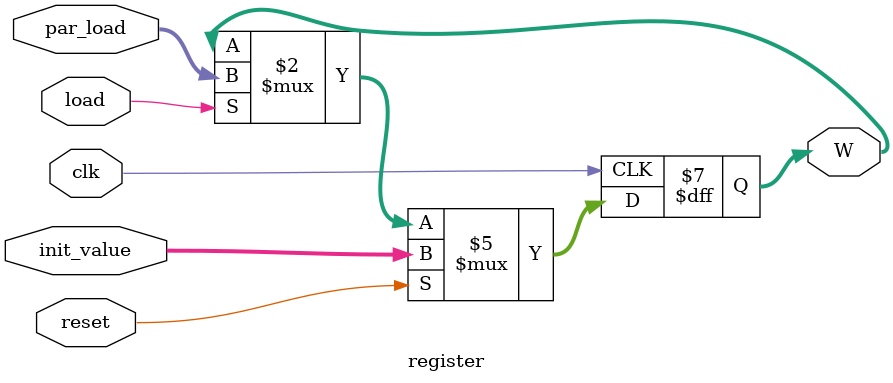
<source format=v>
module register #(parameter N=4)(
    input clk,load , reset,
	input [N-1:0] init_value,
    input [N-1:0] par_load,
    output reg [N-1:0] W
);

    always @(posedge clk) begin 
        if (reset) 
            W <= init_value;
        else if (load) 
            W <= par_load;
    end
endmodule

</source>
